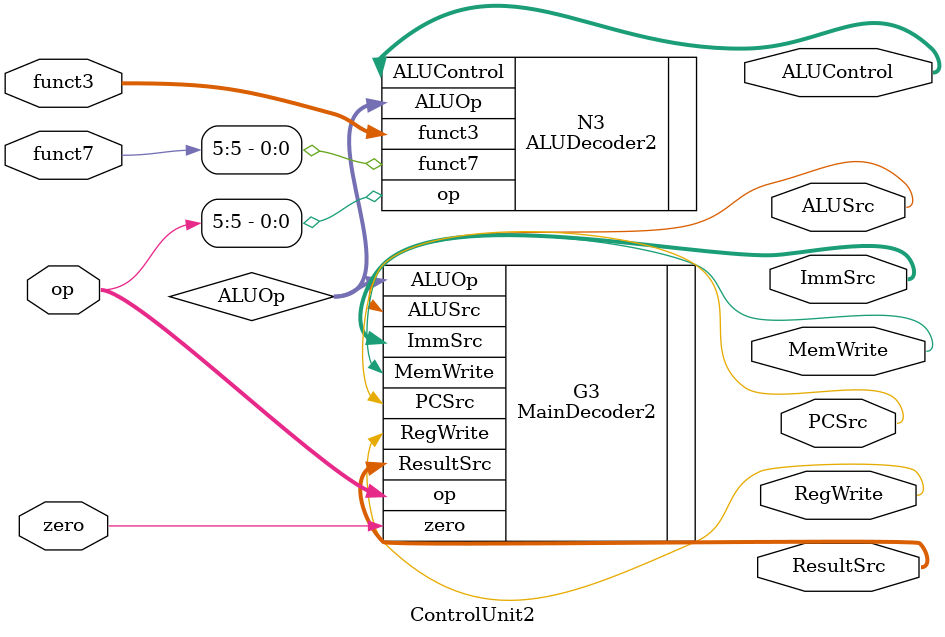
<source format=v>
module ControlUnit2(
    input zero,
    input  [6:0] op,  
    input  [2:0] funct3,
    input  [6:0] funct7, 
     
    output  RegWrite,
    output  [1:0] ImmSrc,
    output  ALUSrc,
    output  MemWrite,
    output  [1:0] ResultSrc,
    output  [2:0] ALUControl,
    output  PCSrc
    );
    
    wire [1:0] ALUOp ;

    
     MainDecoder2 G3(
       .zero(zero),
       .op(op),
       .RegWrite(RegWrite),
       .ImmSrc(ImmSrc),
       .ALUSrc(ALUSrc),
       .MemWrite(MemWrite),
       .ResultSrc(ResultSrc),
       .PCSrc(PCSrc),
       .ALUOp(ALUOp)
       );
       
       ALUDecoder2 N3(
       .funct3(funct3),
       .funct7(funct7[5]),
       .ALUOp(ALUOp),
       .op(op[5]),
       .ALUControl(ALUControl)
       );
       
endmodule

</source>
